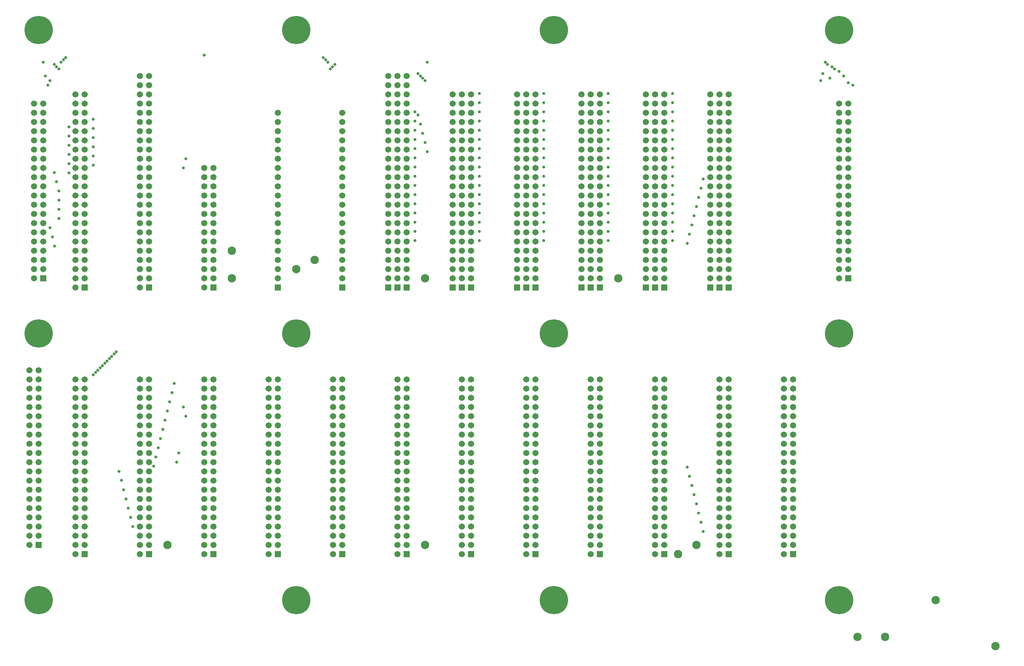
<source format=gbs>
G04*
G04 #@! TF.GenerationSoftware,Altium Limited,Altium Designer,21.9.1 (22)*
G04*
G04 Layer_Color=16711935*
%FSLAX25Y25*%
%MOIN*%
G70*
G04*
G04 #@! TF.SameCoordinates,ED34AEAF-C743-4D8C-A4B6-5B60F8E4C993*
G04*
G04*
G04 #@! TF.FilePolarity,Negative*
G04*
G01*
G75*
%ADD14C,0.30800*%
%ADD15R,0.06706X0.06706*%
%ADD16C,0.06706*%
%ADD17C,0.09068*%
%ADD18C,0.03200*%
D14*
X120000Y410000D02*
D03*
X680000D02*
D03*
X400000D02*
D03*
X990000D02*
D03*
X120000Y740000D02*
D03*
X400000D02*
D03*
X680000D02*
D03*
Y120000D02*
D03*
X400000D02*
D03*
X990000Y740000D02*
D03*
Y120000D02*
D03*
X120000D02*
D03*
D15*
X1000000Y470000D02*
D03*
X800000Y170000D02*
D03*
X125000Y470000D02*
D03*
X240000Y460000D02*
D03*
X510000D02*
D03*
X500000D02*
D03*
X850000D02*
D03*
X730000D02*
D03*
X710000D02*
D03*
X720000D02*
D03*
X580000D02*
D03*
X570000D02*
D03*
X590000D02*
D03*
X800000D02*
D03*
X790000D02*
D03*
X780000D02*
D03*
X860000D02*
D03*
X660000D02*
D03*
X870000D02*
D03*
X640000D02*
D03*
X520000D02*
D03*
X650000D02*
D03*
X170000D02*
D03*
X310000D02*
D03*
X380000D02*
D03*
X450000D02*
D03*
X120000Y180000D02*
D03*
X170000Y170000D02*
D03*
X240000D02*
D03*
X310000D02*
D03*
X380000D02*
D03*
X450000D02*
D03*
X520000D02*
D03*
X590000D02*
D03*
X660000D02*
D03*
X730000D02*
D03*
X870000D02*
D03*
X940000D02*
D03*
D16*
X990000Y470000D02*
D03*
X1000000Y480000D02*
D03*
X990000D02*
D03*
X1000000Y490000D02*
D03*
X990000D02*
D03*
X1000000Y500000D02*
D03*
X990000D02*
D03*
X1000000Y510000D02*
D03*
X990000D02*
D03*
X1000000Y520000D02*
D03*
X990000D02*
D03*
X1000000Y530000D02*
D03*
X990000D02*
D03*
X1000000Y540000D02*
D03*
X990000D02*
D03*
X1000000Y550000D02*
D03*
X990000D02*
D03*
X1000000Y560000D02*
D03*
X990000D02*
D03*
X1000000Y570000D02*
D03*
X990000D02*
D03*
X1000000Y580000D02*
D03*
X990000D02*
D03*
X1000000Y590000D02*
D03*
X990000D02*
D03*
X1000000Y600000D02*
D03*
X990000D02*
D03*
X1000000Y610000D02*
D03*
X990000D02*
D03*
X1000000Y620000D02*
D03*
X990000D02*
D03*
X1000000Y630000D02*
D03*
X990000D02*
D03*
X1000000Y640000D02*
D03*
X990000D02*
D03*
X1000000Y650000D02*
D03*
X990000D02*
D03*
X1000000Y660000D02*
D03*
X990000D02*
D03*
X800000Y310000D02*
D03*
Y300000D02*
D03*
Y290000D02*
D03*
Y320000D02*
D03*
Y330000D02*
D03*
Y360000D02*
D03*
Y280000D02*
D03*
Y270000D02*
D03*
X790000Y360000D02*
D03*
Y350000D02*
D03*
Y340000D02*
D03*
Y330000D02*
D03*
Y320000D02*
D03*
Y310000D02*
D03*
Y300000D02*
D03*
Y290000D02*
D03*
Y280000D02*
D03*
Y270000D02*
D03*
Y260000D02*
D03*
Y250000D02*
D03*
Y240000D02*
D03*
Y230000D02*
D03*
Y220000D02*
D03*
Y210000D02*
D03*
Y200000D02*
D03*
Y190000D02*
D03*
X800000Y350000D02*
D03*
Y340000D02*
D03*
Y260000D02*
D03*
Y250000D02*
D03*
Y240000D02*
D03*
Y230000D02*
D03*
Y220000D02*
D03*
Y210000D02*
D03*
Y200000D02*
D03*
Y190000D02*
D03*
X790000Y180000D02*
D03*
X800000D02*
D03*
X790000Y170000D02*
D03*
X115000Y470000D02*
D03*
X125000Y480000D02*
D03*
X115000D02*
D03*
Y490000D02*
D03*
Y500000D02*
D03*
Y510000D02*
D03*
Y520000D02*
D03*
Y530000D02*
D03*
Y540000D02*
D03*
Y550000D02*
D03*
Y560000D02*
D03*
Y570000D02*
D03*
Y580000D02*
D03*
Y590000D02*
D03*
Y600000D02*
D03*
Y610000D02*
D03*
Y620000D02*
D03*
Y630000D02*
D03*
Y640000D02*
D03*
Y650000D02*
D03*
Y660000D02*
D03*
X125000D02*
D03*
Y650000D02*
D03*
Y640000D02*
D03*
Y630000D02*
D03*
Y620000D02*
D03*
Y610000D02*
D03*
Y600000D02*
D03*
Y590000D02*
D03*
Y580000D02*
D03*
Y570000D02*
D03*
Y560000D02*
D03*
Y550000D02*
D03*
Y540000D02*
D03*
Y530000D02*
D03*
Y520000D02*
D03*
Y510000D02*
D03*
Y500000D02*
D03*
Y490000D02*
D03*
X230000Y460000D02*
D03*
X240000Y470000D02*
D03*
X230000D02*
D03*
X240000Y480000D02*
D03*
X230000D02*
D03*
X240000Y490000D02*
D03*
X230000D02*
D03*
X240000Y500000D02*
D03*
X230000D02*
D03*
X240000Y510000D02*
D03*
X230000D02*
D03*
X240000Y520000D02*
D03*
X230000D02*
D03*
X240000Y530000D02*
D03*
X230000D02*
D03*
X240000Y540000D02*
D03*
X230000D02*
D03*
X240000Y550000D02*
D03*
X230000D02*
D03*
X240000Y560000D02*
D03*
X230000D02*
D03*
X240000Y570000D02*
D03*
X230000D02*
D03*
X240000Y580000D02*
D03*
X230000D02*
D03*
X240000Y590000D02*
D03*
X230000D02*
D03*
X240000Y600000D02*
D03*
X230000D02*
D03*
X240000Y610000D02*
D03*
X230000D02*
D03*
X240000Y620000D02*
D03*
X230000D02*
D03*
X240000Y630000D02*
D03*
X230000D02*
D03*
X240000Y640000D02*
D03*
X230000D02*
D03*
X240000Y650000D02*
D03*
X230000D02*
D03*
X240000Y660000D02*
D03*
X230000D02*
D03*
X240000Y670000D02*
D03*
X230000D02*
D03*
X240000Y680000D02*
D03*
X230000D02*
D03*
X240000Y690000D02*
D03*
X230000D02*
D03*
X500000Y670000D02*
D03*
Y680000D02*
D03*
Y690000D02*
D03*
X110000Y290000D02*
D03*
Y280000D02*
D03*
X510000Y690000D02*
D03*
Y680000D02*
D03*
Y670000D02*
D03*
Y660000D02*
D03*
Y650000D02*
D03*
Y640000D02*
D03*
Y630000D02*
D03*
Y620000D02*
D03*
Y610000D02*
D03*
Y600000D02*
D03*
Y590000D02*
D03*
Y580000D02*
D03*
Y570000D02*
D03*
Y560000D02*
D03*
Y550000D02*
D03*
Y540000D02*
D03*
Y530000D02*
D03*
Y520000D02*
D03*
Y510000D02*
D03*
Y500000D02*
D03*
Y490000D02*
D03*
Y480000D02*
D03*
Y470000D02*
D03*
X500000Y660000D02*
D03*
Y650000D02*
D03*
Y640000D02*
D03*
Y630000D02*
D03*
Y620000D02*
D03*
Y610000D02*
D03*
Y600000D02*
D03*
Y590000D02*
D03*
Y580000D02*
D03*
Y570000D02*
D03*
Y560000D02*
D03*
Y550000D02*
D03*
Y540000D02*
D03*
Y530000D02*
D03*
Y520000D02*
D03*
Y510000D02*
D03*
Y500000D02*
D03*
Y490000D02*
D03*
Y480000D02*
D03*
Y470000D02*
D03*
X850000Y670000D02*
D03*
Y660000D02*
D03*
Y650000D02*
D03*
Y640000D02*
D03*
Y630000D02*
D03*
Y620000D02*
D03*
Y610000D02*
D03*
Y600000D02*
D03*
Y590000D02*
D03*
Y580000D02*
D03*
Y570000D02*
D03*
Y560000D02*
D03*
Y550000D02*
D03*
Y540000D02*
D03*
Y530000D02*
D03*
Y520000D02*
D03*
Y510000D02*
D03*
Y500000D02*
D03*
Y490000D02*
D03*
Y480000D02*
D03*
Y470000D02*
D03*
X730000Y670000D02*
D03*
Y660000D02*
D03*
Y650000D02*
D03*
Y640000D02*
D03*
Y630000D02*
D03*
Y620000D02*
D03*
Y610000D02*
D03*
Y600000D02*
D03*
Y590000D02*
D03*
Y580000D02*
D03*
Y570000D02*
D03*
Y560000D02*
D03*
Y550000D02*
D03*
Y540000D02*
D03*
Y530000D02*
D03*
Y520000D02*
D03*
Y510000D02*
D03*
Y500000D02*
D03*
Y490000D02*
D03*
Y480000D02*
D03*
Y470000D02*
D03*
X710000Y670000D02*
D03*
Y660000D02*
D03*
Y650000D02*
D03*
Y640000D02*
D03*
Y630000D02*
D03*
Y620000D02*
D03*
Y610000D02*
D03*
Y600000D02*
D03*
Y590000D02*
D03*
Y580000D02*
D03*
Y570000D02*
D03*
Y560000D02*
D03*
Y550000D02*
D03*
Y540000D02*
D03*
Y530000D02*
D03*
Y520000D02*
D03*
Y510000D02*
D03*
Y500000D02*
D03*
Y490000D02*
D03*
Y480000D02*
D03*
Y470000D02*
D03*
X720000Y670000D02*
D03*
Y660000D02*
D03*
Y650000D02*
D03*
Y640000D02*
D03*
Y630000D02*
D03*
Y620000D02*
D03*
Y610000D02*
D03*
Y600000D02*
D03*
Y590000D02*
D03*
Y580000D02*
D03*
Y570000D02*
D03*
Y560000D02*
D03*
Y550000D02*
D03*
Y540000D02*
D03*
Y530000D02*
D03*
Y520000D02*
D03*
Y510000D02*
D03*
Y500000D02*
D03*
Y490000D02*
D03*
Y480000D02*
D03*
Y470000D02*
D03*
X580000Y670000D02*
D03*
Y660000D02*
D03*
Y650000D02*
D03*
Y640000D02*
D03*
Y630000D02*
D03*
Y620000D02*
D03*
Y610000D02*
D03*
Y600000D02*
D03*
Y590000D02*
D03*
Y580000D02*
D03*
Y570000D02*
D03*
Y560000D02*
D03*
Y550000D02*
D03*
Y540000D02*
D03*
Y530000D02*
D03*
Y520000D02*
D03*
Y510000D02*
D03*
Y500000D02*
D03*
Y490000D02*
D03*
Y480000D02*
D03*
Y470000D02*
D03*
X570000Y670000D02*
D03*
Y660000D02*
D03*
Y650000D02*
D03*
Y640000D02*
D03*
Y630000D02*
D03*
Y620000D02*
D03*
Y610000D02*
D03*
Y600000D02*
D03*
Y590000D02*
D03*
Y580000D02*
D03*
Y570000D02*
D03*
Y560000D02*
D03*
Y550000D02*
D03*
Y540000D02*
D03*
Y530000D02*
D03*
Y520000D02*
D03*
Y510000D02*
D03*
Y500000D02*
D03*
Y490000D02*
D03*
Y480000D02*
D03*
Y470000D02*
D03*
X590000Y670000D02*
D03*
Y660000D02*
D03*
Y650000D02*
D03*
Y640000D02*
D03*
Y630000D02*
D03*
Y620000D02*
D03*
Y610000D02*
D03*
Y600000D02*
D03*
Y590000D02*
D03*
Y580000D02*
D03*
Y570000D02*
D03*
Y560000D02*
D03*
Y550000D02*
D03*
Y540000D02*
D03*
Y530000D02*
D03*
Y520000D02*
D03*
Y510000D02*
D03*
Y500000D02*
D03*
Y490000D02*
D03*
Y480000D02*
D03*
Y470000D02*
D03*
X800000Y670000D02*
D03*
Y660000D02*
D03*
Y650000D02*
D03*
Y640000D02*
D03*
Y630000D02*
D03*
Y620000D02*
D03*
Y610000D02*
D03*
Y600000D02*
D03*
Y590000D02*
D03*
Y580000D02*
D03*
Y570000D02*
D03*
Y560000D02*
D03*
Y550000D02*
D03*
Y540000D02*
D03*
Y530000D02*
D03*
Y520000D02*
D03*
Y510000D02*
D03*
Y500000D02*
D03*
Y490000D02*
D03*
Y480000D02*
D03*
Y470000D02*
D03*
X790000Y670000D02*
D03*
Y660000D02*
D03*
Y650000D02*
D03*
Y640000D02*
D03*
Y630000D02*
D03*
Y620000D02*
D03*
Y610000D02*
D03*
Y600000D02*
D03*
Y590000D02*
D03*
Y580000D02*
D03*
Y570000D02*
D03*
Y560000D02*
D03*
Y550000D02*
D03*
Y540000D02*
D03*
Y530000D02*
D03*
Y520000D02*
D03*
Y510000D02*
D03*
Y500000D02*
D03*
Y490000D02*
D03*
Y480000D02*
D03*
Y470000D02*
D03*
X780000Y670000D02*
D03*
Y660000D02*
D03*
Y650000D02*
D03*
Y640000D02*
D03*
Y630000D02*
D03*
Y620000D02*
D03*
Y610000D02*
D03*
Y600000D02*
D03*
Y590000D02*
D03*
Y580000D02*
D03*
Y570000D02*
D03*
Y560000D02*
D03*
Y550000D02*
D03*
Y540000D02*
D03*
Y530000D02*
D03*
Y520000D02*
D03*
Y510000D02*
D03*
Y500000D02*
D03*
Y490000D02*
D03*
Y480000D02*
D03*
Y470000D02*
D03*
X860000Y670000D02*
D03*
Y660000D02*
D03*
Y650000D02*
D03*
Y640000D02*
D03*
Y630000D02*
D03*
Y620000D02*
D03*
Y610000D02*
D03*
Y600000D02*
D03*
Y590000D02*
D03*
Y580000D02*
D03*
Y570000D02*
D03*
Y560000D02*
D03*
Y550000D02*
D03*
Y540000D02*
D03*
Y530000D02*
D03*
Y520000D02*
D03*
Y510000D02*
D03*
Y500000D02*
D03*
Y490000D02*
D03*
Y480000D02*
D03*
Y470000D02*
D03*
X660000Y670000D02*
D03*
Y660000D02*
D03*
Y650000D02*
D03*
Y640000D02*
D03*
Y630000D02*
D03*
Y620000D02*
D03*
Y610000D02*
D03*
Y600000D02*
D03*
Y590000D02*
D03*
Y580000D02*
D03*
Y570000D02*
D03*
Y560000D02*
D03*
Y550000D02*
D03*
Y540000D02*
D03*
Y530000D02*
D03*
Y520000D02*
D03*
Y510000D02*
D03*
Y500000D02*
D03*
Y490000D02*
D03*
Y480000D02*
D03*
Y470000D02*
D03*
X870000Y670000D02*
D03*
Y660000D02*
D03*
Y650000D02*
D03*
Y640000D02*
D03*
Y630000D02*
D03*
Y620000D02*
D03*
Y610000D02*
D03*
Y600000D02*
D03*
Y590000D02*
D03*
Y580000D02*
D03*
Y570000D02*
D03*
Y560000D02*
D03*
Y550000D02*
D03*
Y540000D02*
D03*
Y530000D02*
D03*
Y520000D02*
D03*
Y510000D02*
D03*
Y500000D02*
D03*
Y490000D02*
D03*
Y480000D02*
D03*
Y470000D02*
D03*
X640000Y670000D02*
D03*
Y660000D02*
D03*
Y650000D02*
D03*
Y640000D02*
D03*
Y630000D02*
D03*
Y620000D02*
D03*
Y610000D02*
D03*
Y600000D02*
D03*
Y590000D02*
D03*
Y580000D02*
D03*
Y570000D02*
D03*
Y560000D02*
D03*
Y550000D02*
D03*
Y540000D02*
D03*
Y530000D02*
D03*
Y520000D02*
D03*
Y510000D02*
D03*
Y500000D02*
D03*
Y490000D02*
D03*
Y480000D02*
D03*
Y470000D02*
D03*
X520000Y690000D02*
D03*
Y680000D02*
D03*
Y670000D02*
D03*
Y660000D02*
D03*
Y650000D02*
D03*
Y640000D02*
D03*
Y630000D02*
D03*
Y620000D02*
D03*
Y610000D02*
D03*
Y600000D02*
D03*
Y590000D02*
D03*
Y580000D02*
D03*
Y570000D02*
D03*
Y560000D02*
D03*
Y550000D02*
D03*
Y540000D02*
D03*
Y530000D02*
D03*
Y520000D02*
D03*
Y510000D02*
D03*
Y500000D02*
D03*
Y490000D02*
D03*
Y480000D02*
D03*
Y470000D02*
D03*
X650000Y670000D02*
D03*
Y660000D02*
D03*
Y650000D02*
D03*
Y640000D02*
D03*
Y630000D02*
D03*
Y620000D02*
D03*
Y610000D02*
D03*
Y600000D02*
D03*
Y590000D02*
D03*
Y580000D02*
D03*
Y570000D02*
D03*
Y560000D02*
D03*
Y550000D02*
D03*
Y540000D02*
D03*
Y530000D02*
D03*
Y520000D02*
D03*
Y510000D02*
D03*
Y500000D02*
D03*
Y490000D02*
D03*
Y480000D02*
D03*
Y470000D02*
D03*
X160000D02*
D03*
Y460000D02*
D03*
X170000Y470000D02*
D03*
Y480000D02*
D03*
X160000D02*
D03*
X170000Y490000D02*
D03*
X160000D02*
D03*
X170000Y500000D02*
D03*
X160000D02*
D03*
X170000Y510000D02*
D03*
X160000D02*
D03*
X170000Y520000D02*
D03*
X160000D02*
D03*
X170000Y530000D02*
D03*
X160000D02*
D03*
X170000Y540000D02*
D03*
X160000D02*
D03*
X170000Y550000D02*
D03*
X160000D02*
D03*
X170000Y560000D02*
D03*
X160000D02*
D03*
X170000Y570000D02*
D03*
X160000D02*
D03*
X170000Y580000D02*
D03*
X160000D02*
D03*
X170000Y590000D02*
D03*
X160000D02*
D03*
X170000Y600000D02*
D03*
X160000D02*
D03*
X170000Y610000D02*
D03*
X160000D02*
D03*
X170000Y620000D02*
D03*
X160000D02*
D03*
X170000Y630000D02*
D03*
X160000D02*
D03*
X170000Y640000D02*
D03*
X160000D02*
D03*
X170000Y650000D02*
D03*
X160000D02*
D03*
X170000Y660000D02*
D03*
X160000D02*
D03*
X170000Y670000D02*
D03*
X160000D02*
D03*
X300000Y460000D02*
D03*
X310000Y470000D02*
D03*
X300000D02*
D03*
X310000Y480000D02*
D03*
X300000D02*
D03*
X310000Y490000D02*
D03*
X300000D02*
D03*
X310000Y500000D02*
D03*
X300000D02*
D03*
X310000Y510000D02*
D03*
X300000D02*
D03*
X310000Y520000D02*
D03*
X300000D02*
D03*
X310000Y530000D02*
D03*
X300000D02*
D03*
X310000Y540000D02*
D03*
X300000D02*
D03*
X310000Y550000D02*
D03*
X300000D02*
D03*
X310000Y560000D02*
D03*
X300000D02*
D03*
X310000Y570000D02*
D03*
X300000D02*
D03*
X310000Y580000D02*
D03*
X300000D02*
D03*
X310000Y590000D02*
D03*
X300000D02*
D03*
X380000Y650000D02*
D03*
Y640000D02*
D03*
Y630000D02*
D03*
Y620000D02*
D03*
Y610000D02*
D03*
Y600000D02*
D03*
Y590000D02*
D03*
Y580000D02*
D03*
Y570000D02*
D03*
Y560000D02*
D03*
Y550000D02*
D03*
Y540000D02*
D03*
Y530000D02*
D03*
Y520000D02*
D03*
Y510000D02*
D03*
Y500000D02*
D03*
Y490000D02*
D03*
Y480000D02*
D03*
Y470000D02*
D03*
X450000Y650000D02*
D03*
Y640000D02*
D03*
Y630000D02*
D03*
Y620000D02*
D03*
Y610000D02*
D03*
Y600000D02*
D03*
Y590000D02*
D03*
Y580000D02*
D03*
Y570000D02*
D03*
Y560000D02*
D03*
Y550000D02*
D03*
Y540000D02*
D03*
Y530000D02*
D03*
Y520000D02*
D03*
Y510000D02*
D03*
Y500000D02*
D03*
Y490000D02*
D03*
Y480000D02*
D03*
Y470000D02*
D03*
X110000Y370000D02*
D03*
X120000D02*
D03*
X110000Y360000D02*
D03*
X120000D02*
D03*
X110000Y350000D02*
D03*
X120000D02*
D03*
X110000Y340000D02*
D03*
X120000D02*
D03*
X110000Y330000D02*
D03*
X120000D02*
D03*
X110000Y320000D02*
D03*
X120000D02*
D03*
X110000Y310000D02*
D03*
X120000D02*
D03*
X110000Y300000D02*
D03*
X120000D02*
D03*
Y290000D02*
D03*
Y280000D02*
D03*
X110000Y270000D02*
D03*
X120000D02*
D03*
X110000Y260000D02*
D03*
X120000D02*
D03*
X110000Y250000D02*
D03*
X120000D02*
D03*
X110000Y240000D02*
D03*
X120000D02*
D03*
X110000Y230000D02*
D03*
X120000D02*
D03*
X110000Y220000D02*
D03*
X120000D02*
D03*
X110000Y210000D02*
D03*
X120000D02*
D03*
X110000Y200000D02*
D03*
X120000D02*
D03*
X110000Y190000D02*
D03*
X120000D02*
D03*
X110000Y180000D02*
D03*
X160000Y170000D02*
D03*
X170000Y180000D02*
D03*
X160000D02*
D03*
X170000Y190000D02*
D03*
Y200000D02*
D03*
Y210000D02*
D03*
Y220000D02*
D03*
Y230000D02*
D03*
Y240000D02*
D03*
Y250000D02*
D03*
Y260000D02*
D03*
Y340000D02*
D03*
Y350000D02*
D03*
X230000Y170000D02*
D03*
X240000Y180000D02*
D03*
X230000D02*
D03*
X240000Y190000D02*
D03*
Y200000D02*
D03*
Y210000D02*
D03*
Y220000D02*
D03*
Y230000D02*
D03*
Y240000D02*
D03*
Y250000D02*
D03*
Y260000D02*
D03*
Y340000D02*
D03*
Y350000D02*
D03*
X300000Y170000D02*
D03*
X310000Y180000D02*
D03*
X300000D02*
D03*
X310000Y190000D02*
D03*
Y200000D02*
D03*
Y210000D02*
D03*
Y220000D02*
D03*
Y230000D02*
D03*
Y240000D02*
D03*
Y250000D02*
D03*
Y260000D02*
D03*
Y340000D02*
D03*
Y350000D02*
D03*
X370000Y170000D02*
D03*
X380000Y180000D02*
D03*
X370000D02*
D03*
X380000Y190000D02*
D03*
Y200000D02*
D03*
Y210000D02*
D03*
Y220000D02*
D03*
Y230000D02*
D03*
Y240000D02*
D03*
Y250000D02*
D03*
Y260000D02*
D03*
Y340000D02*
D03*
Y350000D02*
D03*
X440000Y170000D02*
D03*
X450000Y180000D02*
D03*
X440000D02*
D03*
X450000Y190000D02*
D03*
Y200000D02*
D03*
Y210000D02*
D03*
Y220000D02*
D03*
Y230000D02*
D03*
Y240000D02*
D03*
Y250000D02*
D03*
Y260000D02*
D03*
Y340000D02*
D03*
Y350000D02*
D03*
X510000Y170000D02*
D03*
X520000Y180000D02*
D03*
X510000D02*
D03*
X520000Y190000D02*
D03*
Y200000D02*
D03*
Y210000D02*
D03*
Y220000D02*
D03*
Y230000D02*
D03*
Y240000D02*
D03*
Y250000D02*
D03*
Y260000D02*
D03*
Y340000D02*
D03*
Y350000D02*
D03*
X580000Y170000D02*
D03*
X590000Y180000D02*
D03*
X580000D02*
D03*
X590000Y190000D02*
D03*
Y200000D02*
D03*
Y210000D02*
D03*
Y220000D02*
D03*
Y230000D02*
D03*
Y240000D02*
D03*
Y250000D02*
D03*
Y260000D02*
D03*
Y340000D02*
D03*
Y350000D02*
D03*
X650000Y170000D02*
D03*
X660000Y180000D02*
D03*
X650000D02*
D03*
X660000Y190000D02*
D03*
Y200000D02*
D03*
Y210000D02*
D03*
Y220000D02*
D03*
Y230000D02*
D03*
Y240000D02*
D03*
Y250000D02*
D03*
Y260000D02*
D03*
Y340000D02*
D03*
Y350000D02*
D03*
X720000Y170000D02*
D03*
X730000Y180000D02*
D03*
X720000D02*
D03*
X730000Y190000D02*
D03*
Y200000D02*
D03*
Y210000D02*
D03*
Y220000D02*
D03*
Y230000D02*
D03*
Y240000D02*
D03*
Y250000D02*
D03*
Y260000D02*
D03*
Y340000D02*
D03*
Y350000D02*
D03*
X860000Y170000D02*
D03*
X870000Y180000D02*
D03*
X860000D02*
D03*
X870000Y190000D02*
D03*
Y200000D02*
D03*
Y210000D02*
D03*
Y220000D02*
D03*
Y230000D02*
D03*
Y240000D02*
D03*
Y250000D02*
D03*
Y260000D02*
D03*
Y340000D02*
D03*
Y350000D02*
D03*
X930000Y170000D02*
D03*
X940000Y180000D02*
D03*
X930000D02*
D03*
X940000Y190000D02*
D03*
Y200000D02*
D03*
Y210000D02*
D03*
Y220000D02*
D03*
Y230000D02*
D03*
Y240000D02*
D03*
Y250000D02*
D03*
Y260000D02*
D03*
Y340000D02*
D03*
Y350000D02*
D03*
X930000Y190000D02*
D03*
X860000D02*
D03*
X720000D02*
D03*
X650000D02*
D03*
X580000D02*
D03*
X510000D02*
D03*
X440000D02*
D03*
X370000D02*
D03*
X300000D02*
D03*
X230000D02*
D03*
X160000D02*
D03*
X930000Y200000D02*
D03*
X860000D02*
D03*
X720000D02*
D03*
X650000D02*
D03*
X580000D02*
D03*
X510000D02*
D03*
X440000D02*
D03*
X370000D02*
D03*
X300000D02*
D03*
X230000D02*
D03*
X160000D02*
D03*
X930000Y210000D02*
D03*
X860000D02*
D03*
X720000D02*
D03*
X650000D02*
D03*
X580000D02*
D03*
X510000D02*
D03*
X440000D02*
D03*
X370000D02*
D03*
X300000D02*
D03*
X230000D02*
D03*
X160000D02*
D03*
X930000Y220000D02*
D03*
X860000D02*
D03*
X720000D02*
D03*
X650000D02*
D03*
X580000D02*
D03*
X510000D02*
D03*
X440000D02*
D03*
X370000D02*
D03*
X300000D02*
D03*
X230000D02*
D03*
X160000D02*
D03*
X930000Y230000D02*
D03*
X860000D02*
D03*
X720000D02*
D03*
X650000D02*
D03*
X580000D02*
D03*
X510000D02*
D03*
X440000D02*
D03*
X370000D02*
D03*
X300000D02*
D03*
X230000D02*
D03*
X160000D02*
D03*
X930000Y240000D02*
D03*
X860000D02*
D03*
X720000D02*
D03*
X650000D02*
D03*
X580000D02*
D03*
X510000D02*
D03*
X440000D02*
D03*
X370000D02*
D03*
X300000D02*
D03*
X230000D02*
D03*
X160000D02*
D03*
X930000Y250000D02*
D03*
X860000D02*
D03*
X720000D02*
D03*
X650000D02*
D03*
X580000D02*
D03*
X510000D02*
D03*
X440000D02*
D03*
X370000D02*
D03*
X300000D02*
D03*
X230000D02*
D03*
X160000D02*
D03*
X930000Y260000D02*
D03*
X860000D02*
D03*
X720000D02*
D03*
X650000D02*
D03*
X580000D02*
D03*
X510000D02*
D03*
X440000D02*
D03*
X370000D02*
D03*
X300000D02*
D03*
X230000D02*
D03*
X160000D02*
D03*
X930000Y270000D02*
D03*
X860000D02*
D03*
X720000D02*
D03*
X650000D02*
D03*
X580000D02*
D03*
X510000D02*
D03*
X440000D02*
D03*
X370000D02*
D03*
X300000D02*
D03*
X230000D02*
D03*
X160000D02*
D03*
X930000Y280000D02*
D03*
X860000D02*
D03*
X720000D02*
D03*
X650000D02*
D03*
X580000D02*
D03*
X510000D02*
D03*
X440000D02*
D03*
X370000D02*
D03*
X300000D02*
D03*
X230000D02*
D03*
X160000D02*
D03*
X930000Y290000D02*
D03*
X860000D02*
D03*
X720000D02*
D03*
X650000D02*
D03*
X580000D02*
D03*
X510000D02*
D03*
X440000D02*
D03*
X370000D02*
D03*
X300000D02*
D03*
X230000D02*
D03*
X160000D02*
D03*
X930000Y300000D02*
D03*
X860000D02*
D03*
X720000D02*
D03*
X650000D02*
D03*
X580000D02*
D03*
X510000D02*
D03*
X440000D02*
D03*
X370000D02*
D03*
X300000D02*
D03*
X230000D02*
D03*
X160000D02*
D03*
X930000Y310000D02*
D03*
X860000D02*
D03*
X720000D02*
D03*
X650000D02*
D03*
X580000D02*
D03*
X510000D02*
D03*
X440000D02*
D03*
X370000D02*
D03*
X300000D02*
D03*
X230000D02*
D03*
X160000D02*
D03*
X930000Y320000D02*
D03*
X860000D02*
D03*
X720000D02*
D03*
X650000D02*
D03*
X580000D02*
D03*
X510000D02*
D03*
X440000D02*
D03*
X370000D02*
D03*
X300000D02*
D03*
X230000D02*
D03*
X160000D02*
D03*
X930000Y330000D02*
D03*
X860000D02*
D03*
X720000D02*
D03*
X650000D02*
D03*
X580000D02*
D03*
X510000D02*
D03*
X440000D02*
D03*
X370000D02*
D03*
X300000D02*
D03*
X230000D02*
D03*
X160000D02*
D03*
X930000Y340000D02*
D03*
X860000D02*
D03*
X720000D02*
D03*
X650000D02*
D03*
X580000D02*
D03*
X510000D02*
D03*
X440000D02*
D03*
X370000D02*
D03*
X300000D02*
D03*
X230000D02*
D03*
X160000D02*
D03*
X930000Y350000D02*
D03*
X860000D02*
D03*
X720000D02*
D03*
X650000D02*
D03*
X580000D02*
D03*
X510000D02*
D03*
X440000D02*
D03*
X370000D02*
D03*
X300000D02*
D03*
X230000D02*
D03*
X160000D02*
D03*
X930000Y360000D02*
D03*
X860000D02*
D03*
X720000D02*
D03*
X650000D02*
D03*
X580000D02*
D03*
X510000D02*
D03*
X440000D02*
D03*
X370000D02*
D03*
X300000D02*
D03*
X230000D02*
D03*
X160000D02*
D03*
X940000Y270000D02*
D03*
X870000D02*
D03*
X730000D02*
D03*
X660000D02*
D03*
X590000D02*
D03*
X520000D02*
D03*
X450000D02*
D03*
X380000D02*
D03*
X310000D02*
D03*
X240000D02*
D03*
X170000D02*
D03*
X940000Y280000D02*
D03*
X870000D02*
D03*
X730000D02*
D03*
X660000D02*
D03*
X590000D02*
D03*
X520000D02*
D03*
X450000D02*
D03*
X380000D02*
D03*
X310000D02*
D03*
X240000D02*
D03*
X170000D02*
D03*
Y360000D02*
D03*
X240000D02*
D03*
X310000D02*
D03*
X380000D02*
D03*
X450000D02*
D03*
X520000D02*
D03*
X590000D02*
D03*
X660000D02*
D03*
X730000D02*
D03*
X870000D02*
D03*
X940000D02*
D03*
Y330000D02*
D03*
X870000D02*
D03*
X730000D02*
D03*
X660000D02*
D03*
X590000D02*
D03*
X520000D02*
D03*
X450000D02*
D03*
X380000D02*
D03*
X310000D02*
D03*
X240000D02*
D03*
X170000D02*
D03*
X940000Y320000D02*
D03*
X870000D02*
D03*
X730000D02*
D03*
X660000D02*
D03*
X590000D02*
D03*
X520000D02*
D03*
X450000D02*
D03*
X380000D02*
D03*
X310000D02*
D03*
X240000D02*
D03*
X170000D02*
D03*
X940000Y290000D02*
D03*
X870000D02*
D03*
X730000D02*
D03*
X660000D02*
D03*
X590000D02*
D03*
X520000D02*
D03*
X450000D02*
D03*
X380000D02*
D03*
X310000D02*
D03*
X240000D02*
D03*
X170000D02*
D03*
X940000Y300000D02*
D03*
X870000D02*
D03*
X730000D02*
D03*
X660000D02*
D03*
X590000D02*
D03*
X520000D02*
D03*
X450000D02*
D03*
X380000D02*
D03*
X310000D02*
D03*
X240000D02*
D03*
X170000D02*
D03*
X940000Y310000D02*
D03*
X870000D02*
D03*
X730000D02*
D03*
X660000D02*
D03*
X590000D02*
D03*
X520000D02*
D03*
X450000D02*
D03*
X380000D02*
D03*
X310000D02*
D03*
X240000D02*
D03*
X170000D02*
D03*
D17*
X835000Y180000D02*
D03*
X1095000Y120000D02*
D03*
X420000Y490000D02*
D03*
X1160000Y70000D02*
D03*
X1010000Y80000D02*
D03*
X1040000D02*
D03*
X540000Y470000D02*
D03*
X400000Y480000D02*
D03*
X330000Y500000D02*
D03*
Y470000D02*
D03*
X260000Y180000D02*
D03*
X540000D02*
D03*
X815000Y170000D02*
D03*
X750000Y470000D02*
D03*
D18*
X1000000Y682500D02*
D03*
X977500Y702500D02*
D03*
X995000Y690000D02*
D03*
X972500Y692500D02*
D03*
X985000Y697500D02*
D03*
X982500Y700000D02*
D03*
X990000Y695000D02*
D03*
X970000Y685000D02*
D03*
X980000Y687500D02*
D03*
X975000Y705000D02*
D03*
X1005000Y680000D02*
D03*
X542500Y705000D02*
D03*
Y607500D02*
D03*
X540000Y685000D02*
D03*
X537500Y687500D02*
D03*
X535000Y690000D02*
D03*
X532500Y692500D02*
D03*
X537500Y627500D02*
D03*
X532500Y647500D02*
D03*
X535000Y637500D02*
D03*
X540000Y617500D02*
D03*
X842500Y194453D02*
D03*
X840000Y204453D02*
D03*
X837500Y214453D02*
D03*
X835000Y224453D02*
D03*
X832500Y234453D02*
D03*
X830000Y244453D02*
D03*
X827500Y254453D02*
D03*
X825000Y264453D02*
D03*
X277500Y330000D02*
D03*
X280000Y320000D02*
D03*
X272500Y280000D02*
D03*
X270000Y270000D02*
D03*
X267500Y355547D02*
D03*
X265000Y345547D02*
D03*
X825000Y508000D02*
D03*
X827500Y518000D02*
D03*
X830000Y528000D02*
D03*
X832500Y538000D02*
D03*
X835000Y548000D02*
D03*
X837500Y558000D02*
D03*
X840000Y568000D02*
D03*
X842500Y578000D02*
D03*
X280000Y600000D02*
D03*
X277500Y590000D02*
D03*
X300000Y712500D02*
D03*
X125000Y705000D02*
D03*
X127500Y690000D02*
D03*
X130000Y680000D02*
D03*
X132500Y685000D02*
D03*
X137500Y505000D02*
D03*
X135000Y515000D02*
D03*
X132500Y525000D02*
D03*
X439500Y700000D02*
D03*
X437000Y697500D02*
D03*
X262500Y335547D02*
D03*
X260000Y325547D02*
D03*
X257500Y315547D02*
D03*
X255000Y305547D02*
D03*
X252500Y295547D02*
D03*
X250000Y285547D02*
D03*
X247500Y275547D02*
D03*
X245000Y265547D02*
D03*
X207500Y260000D02*
D03*
X210007Y250228D02*
D03*
X212500Y240000D02*
D03*
X215000Y230000D02*
D03*
X217500Y220000D02*
D03*
X220000Y210000D02*
D03*
X222500Y200000D02*
D03*
X429500Y710000D02*
D03*
X432000Y707500D02*
D03*
X434500Y705000D02*
D03*
X149500Y710000D02*
D03*
X147000Y707500D02*
D03*
X144500Y705000D02*
D03*
X142000Y535000D02*
D03*
Y545000D02*
D03*
Y555000D02*
D03*
Y565000D02*
D03*
X139500Y575000D02*
D03*
X137000Y585000D02*
D03*
X142000Y697500D02*
D03*
X139500Y700000D02*
D03*
X442000Y702500D02*
D03*
X137000D02*
D03*
X179500Y643000D02*
D03*
X153000Y634500D02*
D03*
X179500Y633000D02*
D03*
X153000Y624500D02*
D03*
X179500Y623000D02*
D03*
X153000Y614500D02*
D03*
X179500Y613000D02*
D03*
X153000Y604500D02*
D03*
X179500Y603000D02*
D03*
X153000Y594500D02*
D03*
Y584500D02*
D03*
X179500Y593000D02*
D03*
X809000Y671000D02*
D03*
X739000D02*
D03*
X669000D02*
D03*
X599000D02*
D03*
X809000Y661000D02*
D03*
X739000D02*
D03*
X669000D02*
D03*
X599000D02*
D03*
X809000Y651000D02*
D03*
X739000D02*
D03*
X669000D02*
D03*
X529000D02*
D03*
X599000D02*
D03*
X809000Y641000D02*
D03*
X739000D02*
D03*
X669000D02*
D03*
X529000D02*
D03*
X599000D02*
D03*
X809000Y631000D02*
D03*
X739000D02*
D03*
X669000D02*
D03*
X529000D02*
D03*
X599000D02*
D03*
X809000Y621000D02*
D03*
X739000D02*
D03*
X669000D02*
D03*
X529000D02*
D03*
X599000D02*
D03*
X809000Y611000D02*
D03*
X739000D02*
D03*
X669000D02*
D03*
X529000D02*
D03*
X599000D02*
D03*
X809000Y601000D02*
D03*
X739000D02*
D03*
X669000D02*
D03*
X529000D02*
D03*
X599000D02*
D03*
X809000Y591000D02*
D03*
X739000D02*
D03*
X669000D02*
D03*
X529000D02*
D03*
X599000D02*
D03*
X179500Y365000D02*
D03*
X204500Y390000D02*
D03*
X197000Y382500D02*
D03*
X199500Y385000D02*
D03*
X202000Y387500D02*
D03*
X189500Y375000D02*
D03*
X192000Y377500D02*
D03*
X194500Y380000D02*
D03*
X187000Y372500D02*
D03*
X184500Y370000D02*
D03*
X182000Y367500D02*
D03*
X599000Y521000D02*
D03*
Y511000D02*
D03*
Y541000D02*
D03*
Y531000D02*
D03*
Y561000D02*
D03*
Y551000D02*
D03*
Y571000D02*
D03*
Y581000D02*
D03*
X529000Y511000D02*
D03*
Y531000D02*
D03*
Y581000D02*
D03*
Y571000D02*
D03*
Y551000D02*
D03*
Y561000D02*
D03*
Y541000D02*
D03*
Y521000D02*
D03*
X669000D02*
D03*
Y511000D02*
D03*
Y541000D02*
D03*
Y531000D02*
D03*
Y561000D02*
D03*
Y551000D02*
D03*
Y571000D02*
D03*
Y581000D02*
D03*
X739000Y521000D02*
D03*
Y511000D02*
D03*
Y541000D02*
D03*
Y531000D02*
D03*
Y561000D02*
D03*
Y551000D02*
D03*
Y571000D02*
D03*
Y581000D02*
D03*
X809000D02*
D03*
Y521000D02*
D03*
Y541000D02*
D03*
Y531000D02*
D03*
Y561000D02*
D03*
Y551000D02*
D03*
Y571000D02*
D03*
Y511000D02*
D03*
M02*

</source>
